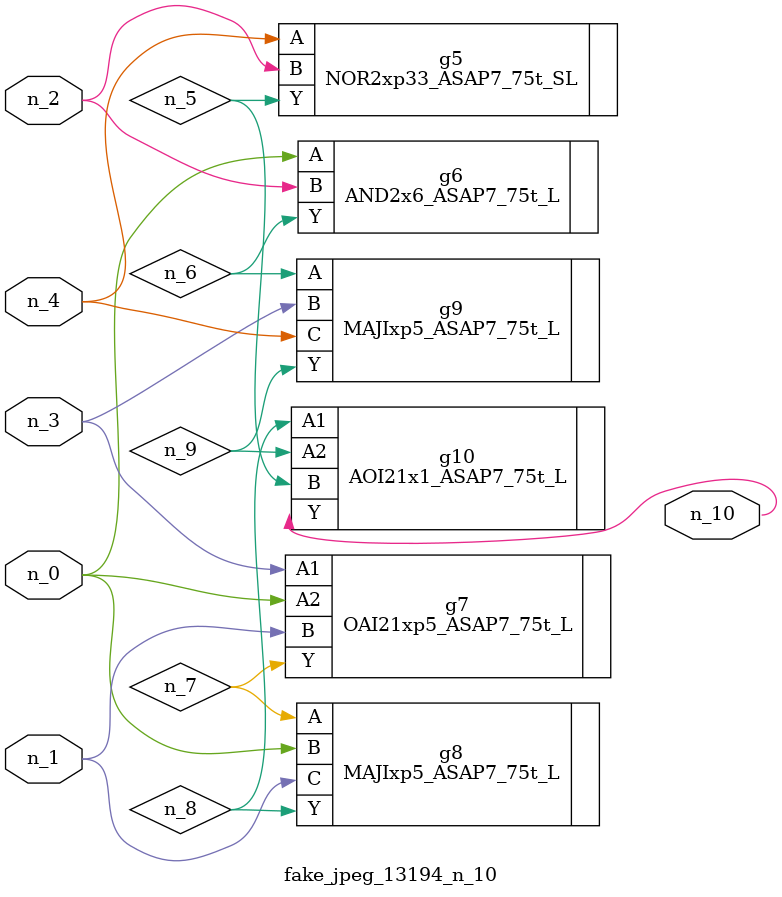
<source format=v>
module fake_jpeg_13194_n_10 (n_3, n_2, n_1, n_0, n_4, n_10);

input n_3;
input n_2;
input n_1;
input n_0;
input n_4;

output n_10;

wire n_8;
wire n_9;
wire n_6;
wire n_5;
wire n_7;

NOR2xp33_ASAP7_75t_SL g5 ( 
.A(n_4),
.B(n_2),
.Y(n_5)
);

AND2x6_ASAP7_75t_L g6 ( 
.A(n_0),
.B(n_2),
.Y(n_6)
);

OAI21xp5_ASAP7_75t_L g7 ( 
.A1(n_3),
.A2(n_0),
.B(n_1),
.Y(n_7)
);

MAJIxp5_ASAP7_75t_L g8 ( 
.A(n_7),
.B(n_0),
.C(n_1),
.Y(n_8)
);

AOI21x1_ASAP7_75t_L g10 ( 
.A1(n_8),
.A2(n_9),
.B(n_5),
.Y(n_10)
);

MAJIxp5_ASAP7_75t_L g9 ( 
.A(n_6),
.B(n_3),
.C(n_4),
.Y(n_9)
);


endmodule
</source>
